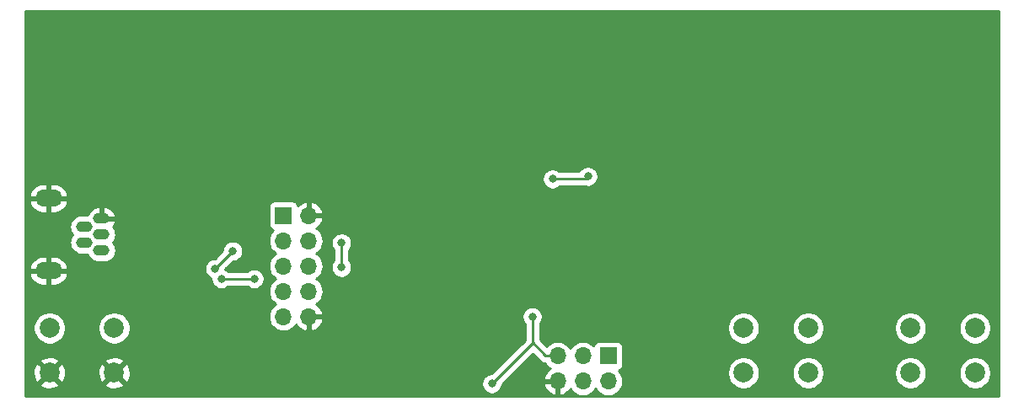
<source format=gbr>
G04 #@! TF.GenerationSoftware,KiCad,Pcbnew,(5.1.2)-2*
G04 #@! TF.CreationDate,2020-08-30T00:43:24-04:00*
G04 #@! TF.ProjectId,Scanner1,5363616e-6e65-4723-912e-6b696361645f,rev?*
G04 #@! TF.SameCoordinates,Original*
G04 #@! TF.FileFunction,Copper,L2,Bot*
G04 #@! TF.FilePolarity,Positive*
%FSLAX46Y46*%
G04 Gerber Fmt 4.6, Leading zero omitted, Abs format (unit mm)*
G04 Created by KiCad (PCBNEW (5.1.2)-2) date 2020-08-30 00:43:24*
%MOMM*%
%LPD*%
G04 APERTURE LIST*
%ADD10O,1.650000X1.100000*%
%ADD11O,2.700000X1.700000*%
%ADD12R,1.700000X1.700000*%
%ADD13O,1.700000X1.700000*%
%ADD14C,2.000000*%
%ADD15C,0.800000*%
%ADD16C,0.250000*%
%ADD17C,0.254000*%
G04 APERTURE END LIST*
D10*
X137816000Y-78994000D03*
X137816000Y-77394000D03*
X137816000Y-80594000D03*
X136066000Y-78194000D03*
X136066000Y-79794000D03*
D11*
X132491000Y-75344000D03*
X132491000Y-82644000D03*
D12*
X156083000Y-77089000D03*
D13*
X158623000Y-77089000D03*
X156083000Y-79629000D03*
X158623000Y-79629000D03*
X156083000Y-82169000D03*
X158623000Y-82169000D03*
X156083000Y-84709000D03*
X158623000Y-84709000D03*
X156083000Y-87249000D03*
X158623000Y-87249000D03*
D12*
X188722000Y-91186000D03*
D13*
X188722000Y-93726000D03*
X186182000Y-91186000D03*
X186182000Y-93726000D03*
X183642000Y-91186000D03*
X183642000Y-93726000D03*
D14*
X132588000Y-92892000D03*
X132588000Y-88392000D03*
X139088000Y-92892000D03*
X139088000Y-88392000D03*
X208811000Y-88392000D03*
X208811000Y-92892000D03*
X202311000Y-88392000D03*
X202311000Y-92892000D03*
X219075000Y-92892000D03*
X219075000Y-88392000D03*
X225575000Y-92892000D03*
X225575000Y-88392000D03*
D15*
X179197000Y-74803000D03*
X140081000Y-83947000D03*
X155829000Y-69977000D03*
X172428000Y-89700000D03*
X165710000Y-85369000D03*
X189357000Y-79883000D03*
X165760000Y-78969000D03*
X167259000Y-74549000D03*
X213995000Y-91440000D03*
X149225000Y-82423000D03*
X151003000Y-80645000D03*
X181102000Y-87249000D03*
X177038000Y-93980000D03*
X149860000Y-83439000D03*
X153162000Y-83439000D03*
X183134000Y-73406000D03*
X186690000Y-73152000D03*
X161925000Y-82296000D03*
X161925000Y-79839000D03*
D16*
X149225000Y-82423000D02*
X151003000Y-80645000D01*
X181102000Y-87814685D02*
X181102000Y-87249000D01*
X181102000Y-89848081D02*
X181102000Y-87814685D01*
X182439919Y-91186000D02*
X181102000Y-89848081D01*
X183642000Y-91186000D02*
X182439919Y-91186000D01*
X181102000Y-89848081D02*
X181102000Y-89916000D01*
X181102000Y-89916000D02*
X177038000Y-93980000D01*
X149860000Y-83439000D02*
X153162000Y-83439000D01*
X183134000Y-73406000D02*
X183699685Y-73406000D01*
X183699685Y-73406000D02*
X186436000Y-73406000D01*
X186436000Y-73406000D02*
X186690000Y-73152000D01*
X161925000Y-82296000D02*
X161925000Y-79839000D01*
D17*
G36*
X227940000Y-95225000D02*
G01*
X130200000Y-95225000D01*
X130200000Y-94027413D01*
X131632192Y-94027413D01*
X131727956Y-94291814D01*
X132017571Y-94432704D01*
X132329108Y-94514384D01*
X132650595Y-94533718D01*
X132969675Y-94489961D01*
X133274088Y-94384795D01*
X133448044Y-94291814D01*
X133543808Y-94027413D01*
X138132192Y-94027413D01*
X138227956Y-94291814D01*
X138517571Y-94432704D01*
X138829108Y-94514384D01*
X139150595Y-94533718D01*
X139469675Y-94489961D01*
X139774088Y-94384795D01*
X139948044Y-94291814D01*
X140043808Y-94027413D01*
X139894456Y-93878061D01*
X176003000Y-93878061D01*
X176003000Y-94081939D01*
X176042774Y-94281898D01*
X176120795Y-94470256D01*
X176234063Y-94639774D01*
X176378226Y-94783937D01*
X176547744Y-94897205D01*
X176736102Y-94975226D01*
X176936061Y-95015000D01*
X177139939Y-95015000D01*
X177339898Y-94975226D01*
X177528256Y-94897205D01*
X177697774Y-94783937D01*
X177841937Y-94639774D01*
X177955205Y-94470256D01*
X178033226Y-94281898D01*
X178072810Y-94082891D01*
X182200519Y-94082891D01*
X182297843Y-94357252D01*
X182446822Y-94607355D01*
X182641731Y-94823588D01*
X182875080Y-94997641D01*
X183137901Y-95122825D01*
X183285110Y-95167476D01*
X183515000Y-95046155D01*
X183515000Y-93853000D01*
X182321186Y-93853000D01*
X182200519Y-94082891D01*
X178072810Y-94082891D01*
X178073000Y-94081939D01*
X178073000Y-94019801D01*
X181135960Y-90956842D01*
X181876120Y-91697003D01*
X181899918Y-91726001D01*
X182015643Y-91820974D01*
X182147672Y-91891546D01*
X182290933Y-91935003D01*
X182362284Y-91942031D01*
X182401294Y-92015014D01*
X182586866Y-92241134D01*
X182812986Y-92426706D01*
X182870756Y-92457584D01*
X182641731Y-92628412D01*
X182446822Y-92844645D01*
X182297843Y-93094748D01*
X182200519Y-93369109D01*
X182321186Y-93599000D01*
X183515000Y-93599000D01*
X183515000Y-93579000D01*
X183769000Y-93579000D01*
X183769000Y-93599000D01*
X183789000Y-93599000D01*
X183789000Y-93853000D01*
X183769000Y-93853000D01*
X183769000Y-95046155D01*
X183998890Y-95167476D01*
X184146099Y-95122825D01*
X184408920Y-94997641D01*
X184642269Y-94823588D01*
X184837178Y-94607355D01*
X184906799Y-94490477D01*
X184941294Y-94555014D01*
X185126866Y-94781134D01*
X185352986Y-94966706D01*
X185610966Y-95104599D01*
X185890889Y-95189513D01*
X186109050Y-95211000D01*
X186254950Y-95211000D01*
X186473111Y-95189513D01*
X186753034Y-95104599D01*
X187011014Y-94966706D01*
X187237134Y-94781134D01*
X187422706Y-94555014D01*
X187452000Y-94500209D01*
X187481294Y-94555014D01*
X187666866Y-94781134D01*
X187892986Y-94966706D01*
X188150966Y-95104599D01*
X188430889Y-95189513D01*
X188649050Y-95211000D01*
X188794950Y-95211000D01*
X189013111Y-95189513D01*
X189293034Y-95104599D01*
X189551014Y-94966706D01*
X189777134Y-94781134D01*
X189962706Y-94555014D01*
X190100599Y-94297034D01*
X190185513Y-94017111D01*
X190214185Y-93726000D01*
X190185513Y-93434889D01*
X190100599Y-93154966D01*
X189962706Y-92896986D01*
X189826458Y-92730967D01*
X200676000Y-92730967D01*
X200676000Y-93053033D01*
X200738832Y-93368912D01*
X200862082Y-93666463D01*
X201041013Y-93934252D01*
X201268748Y-94161987D01*
X201536537Y-94340918D01*
X201834088Y-94464168D01*
X202149967Y-94527000D01*
X202472033Y-94527000D01*
X202787912Y-94464168D01*
X203085463Y-94340918D01*
X203353252Y-94161987D01*
X203580987Y-93934252D01*
X203759918Y-93666463D01*
X203883168Y-93368912D01*
X203946000Y-93053033D01*
X203946000Y-92730967D01*
X207176000Y-92730967D01*
X207176000Y-93053033D01*
X207238832Y-93368912D01*
X207362082Y-93666463D01*
X207541013Y-93934252D01*
X207768748Y-94161987D01*
X208036537Y-94340918D01*
X208334088Y-94464168D01*
X208649967Y-94527000D01*
X208972033Y-94527000D01*
X209287912Y-94464168D01*
X209585463Y-94340918D01*
X209853252Y-94161987D01*
X210080987Y-93934252D01*
X210259918Y-93666463D01*
X210383168Y-93368912D01*
X210446000Y-93053033D01*
X210446000Y-92730967D01*
X217440000Y-92730967D01*
X217440000Y-93053033D01*
X217502832Y-93368912D01*
X217626082Y-93666463D01*
X217805013Y-93934252D01*
X218032748Y-94161987D01*
X218300537Y-94340918D01*
X218598088Y-94464168D01*
X218913967Y-94527000D01*
X219236033Y-94527000D01*
X219551912Y-94464168D01*
X219849463Y-94340918D01*
X220117252Y-94161987D01*
X220344987Y-93934252D01*
X220523918Y-93666463D01*
X220647168Y-93368912D01*
X220710000Y-93053033D01*
X220710000Y-92730967D01*
X223940000Y-92730967D01*
X223940000Y-93053033D01*
X224002832Y-93368912D01*
X224126082Y-93666463D01*
X224305013Y-93934252D01*
X224532748Y-94161987D01*
X224800537Y-94340918D01*
X225098088Y-94464168D01*
X225413967Y-94527000D01*
X225736033Y-94527000D01*
X226051912Y-94464168D01*
X226349463Y-94340918D01*
X226617252Y-94161987D01*
X226844987Y-93934252D01*
X227023918Y-93666463D01*
X227147168Y-93368912D01*
X227210000Y-93053033D01*
X227210000Y-92730967D01*
X227147168Y-92415088D01*
X227023918Y-92117537D01*
X226844987Y-91849748D01*
X226617252Y-91622013D01*
X226349463Y-91443082D01*
X226051912Y-91319832D01*
X225736033Y-91257000D01*
X225413967Y-91257000D01*
X225098088Y-91319832D01*
X224800537Y-91443082D01*
X224532748Y-91622013D01*
X224305013Y-91849748D01*
X224126082Y-92117537D01*
X224002832Y-92415088D01*
X223940000Y-92730967D01*
X220710000Y-92730967D01*
X220647168Y-92415088D01*
X220523918Y-92117537D01*
X220344987Y-91849748D01*
X220117252Y-91622013D01*
X219849463Y-91443082D01*
X219551912Y-91319832D01*
X219236033Y-91257000D01*
X218913967Y-91257000D01*
X218598088Y-91319832D01*
X218300537Y-91443082D01*
X218032748Y-91622013D01*
X217805013Y-91849748D01*
X217626082Y-92117537D01*
X217502832Y-92415088D01*
X217440000Y-92730967D01*
X210446000Y-92730967D01*
X210383168Y-92415088D01*
X210259918Y-92117537D01*
X210080987Y-91849748D01*
X209853252Y-91622013D01*
X209585463Y-91443082D01*
X209287912Y-91319832D01*
X208972033Y-91257000D01*
X208649967Y-91257000D01*
X208334088Y-91319832D01*
X208036537Y-91443082D01*
X207768748Y-91622013D01*
X207541013Y-91849748D01*
X207362082Y-92117537D01*
X207238832Y-92415088D01*
X207176000Y-92730967D01*
X203946000Y-92730967D01*
X203883168Y-92415088D01*
X203759918Y-92117537D01*
X203580987Y-91849748D01*
X203353252Y-91622013D01*
X203085463Y-91443082D01*
X202787912Y-91319832D01*
X202472033Y-91257000D01*
X202149967Y-91257000D01*
X201834088Y-91319832D01*
X201536537Y-91443082D01*
X201268748Y-91622013D01*
X201041013Y-91849748D01*
X200862082Y-92117537D01*
X200738832Y-92415088D01*
X200676000Y-92730967D01*
X189826458Y-92730967D01*
X189777134Y-92670866D01*
X189747313Y-92646393D01*
X189816180Y-92625502D01*
X189926494Y-92566537D01*
X190023185Y-92487185D01*
X190102537Y-92390494D01*
X190161502Y-92280180D01*
X190197812Y-92160482D01*
X190210072Y-92036000D01*
X190210072Y-90336000D01*
X190197812Y-90211518D01*
X190161502Y-90091820D01*
X190102537Y-89981506D01*
X190023185Y-89884815D01*
X189926494Y-89805463D01*
X189816180Y-89746498D01*
X189696482Y-89710188D01*
X189572000Y-89697928D01*
X187872000Y-89697928D01*
X187747518Y-89710188D01*
X187627820Y-89746498D01*
X187517506Y-89805463D01*
X187420815Y-89884815D01*
X187341463Y-89981506D01*
X187282498Y-90091820D01*
X187261607Y-90160687D01*
X187237134Y-90130866D01*
X187011014Y-89945294D01*
X186753034Y-89807401D01*
X186473111Y-89722487D01*
X186254950Y-89701000D01*
X186109050Y-89701000D01*
X185890889Y-89722487D01*
X185610966Y-89807401D01*
X185352986Y-89945294D01*
X185126866Y-90130866D01*
X184941294Y-90356986D01*
X184912000Y-90411791D01*
X184882706Y-90356986D01*
X184697134Y-90130866D01*
X184471014Y-89945294D01*
X184213034Y-89807401D01*
X183933111Y-89722487D01*
X183714950Y-89701000D01*
X183569050Y-89701000D01*
X183350889Y-89722487D01*
X183070966Y-89807401D01*
X182812986Y-89945294D01*
X182586866Y-90130866D01*
X182529494Y-90200774D01*
X181862000Y-89533280D01*
X181862000Y-88230967D01*
X200676000Y-88230967D01*
X200676000Y-88553033D01*
X200738832Y-88868912D01*
X200862082Y-89166463D01*
X201041013Y-89434252D01*
X201268748Y-89661987D01*
X201536537Y-89840918D01*
X201834088Y-89964168D01*
X202149967Y-90027000D01*
X202472033Y-90027000D01*
X202787912Y-89964168D01*
X203085463Y-89840918D01*
X203353252Y-89661987D01*
X203580987Y-89434252D01*
X203759918Y-89166463D01*
X203883168Y-88868912D01*
X203946000Y-88553033D01*
X203946000Y-88230967D01*
X207176000Y-88230967D01*
X207176000Y-88553033D01*
X207238832Y-88868912D01*
X207362082Y-89166463D01*
X207541013Y-89434252D01*
X207768748Y-89661987D01*
X208036537Y-89840918D01*
X208334088Y-89964168D01*
X208649967Y-90027000D01*
X208972033Y-90027000D01*
X209287912Y-89964168D01*
X209585463Y-89840918D01*
X209853252Y-89661987D01*
X210080987Y-89434252D01*
X210259918Y-89166463D01*
X210383168Y-88868912D01*
X210446000Y-88553033D01*
X210446000Y-88230967D01*
X217440000Y-88230967D01*
X217440000Y-88553033D01*
X217502832Y-88868912D01*
X217626082Y-89166463D01*
X217805013Y-89434252D01*
X218032748Y-89661987D01*
X218300537Y-89840918D01*
X218598088Y-89964168D01*
X218913967Y-90027000D01*
X219236033Y-90027000D01*
X219551912Y-89964168D01*
X219849463Y-89840918D01*
X220117252Y-89661987D01*
X220344987Y-89434252D01*
X220523918Y-89166463D01*
X220647168Y-88868912D01*
X220710000Y-88553033D01*
X220710000Y-88230967D01*
X223940000Y-88230967D01*
X223940000Y-88553033D01*
X224002832Y-88868912D01*
X224126082Y-89166463D01*
X224305013Y-89434252D01*
X224532748Y-89661987D01*
X224800537Y-89840918D01*
X225098088Y-89964168D01*
X225413967Y-90027000D01*
X225736033Y-90027000D01*
X226051912Y-89964168D01*
X226349463Y-89840918D01*
X226617252Y-89661987D01*
X226844987Y-89434252D01*
X227023918Y-89166463D01*
X227147168Y-88868912D01*
X227210000Y-88553033D01*
X227210000Y-88230967D01*
X227147168Y-87915088D01*
X227023918Y-87617537D01*
X226844987Y-87349748D01*
X226617252Y-87122013D01*
X226349463Y-86943082D01*
X226051912Y-86819832D01*
X225736033Y-86757000D01*
X225413967Y-86757000D01*
X225098088Y-86819832D01*
X224800537Y-86943082D01*
X224532748Y-87122013D01*
X224305013Y-87349748D01*
X224126082Y-87617537D01*
X224002832Y-87915088D01*
X223940000Y-88230967D01*
X220710000Y-88230967D01*
X220647168Y-87915088D01*
X220523918Y-87617537D01*
X220344987Y-87349748D01*
X220117252Y-87122013D01*
X219849463Y-86943082D01*
X219551912Y-86819832D01*
X219236033Y-86757000D01*
X218913967Y-86757000D01*
X218598088Y-86819832D01*
X218300537Y-86943082D01*
X218032748Y-87122013D01*
X217805013Y-87349748D01*
X217626082Y-87617537D01*
X217502832Y-87915088D01*
X217440000Y-88230967D01*
X210446000Y-88230967D01*
X210383168Y-87915088D01*
X210259918Y-87617537D01*
X210080987Y-87349748D01*
X209853252Y-87122013D01*
X209585463Y-86943082D01*
X209287912Y-86819832D01*
X208972033Y-86757000D01*
X208649967Y-86757000D01*
X208334088Y-86819832D01*
X208036537Y-86943082D01*
X207768748Y-87122013D01*
X207541013Y-87349748D01*
X207362082Y-87617537D01*
X207238832Y-87915088D01*
X207176000Y-88230967D01*
X203946000Y-88230967D01*
X203883168Y-87915088D01*
X203759918Y-87617537D01*
X203580987Y-87349748D01*
X203353252Y-87122013D01*
X203085463Y-86943082D01*
X202787912Y-86819832D01*
X202472033Y-86757000D01*
X202149967Y-86757000D01*
X201834088Y-86819832D01*
X201536537Y-86943082D01*
X201268748Y-87122013D01*
X201041013Y-87349748D01*
X200862082Y-87617537D01*
X200738832Y-87915088D01*
X200676000Y-88230967D01*
X181862000Y-88230967D01*
X181862000Y-87952711D01*
X181905937Y-87908774D01*
X182019205Y-87739256D01*
X182097226Y-87550898D01*
X182137000Y-87350939D01*
X182137000Y-87147061D01*
X182097226Y-86947102D01*
X182019205Y-86758744D01*
X181905937Y-86589226D01*
X181761774Y-86445063D01*
X181592256Y-86331795D01*
X181403898Y-86253774D01*
X181203939Y-86214000D01*
X181000061Y-86214000D01*
X180800102Y-86253774D01*
X180611744Y-86331795D01*
X180442226Y-86445063D01*
X180298063Y-86589226D01*
X180184795Y-86758744D01*
X180106774Y-86947102D01*
X180067000Y-87147061D01*
X180067000Y-87350939D01*
X180106774Y-87550898D01*
X180184795Y-87739256D01*
X180298063Y-87908774D01*
X180342001Y-87952712D01*
X180342000Y-89601198D01*
X176998199Y-92945000D01*
X176936061Y-92945000D01*
X176736102Y-92984774D01*
X176547744Y-93062795D01*
X176378226Y-93176063D01*
X176234063Y-93320226D01*
X176120795Y-93489744D01*
X176042774Y-93678102D01*
X176003000Y-93878061D01*
X139894456Y-93878061D01*
X139088000Y-93071605D01*
X138132192Y-94027413D01*
X133543808Y-94027413D01*
X132588000Y-93071605D01*
X131632192Y-94027413D01*
X130200000Y-94027413D01*
X130200000Y-92954595D01*
X130946282Y-92954595D01*
X130990039Y-93273675D01*
X131095205Y-93578088D01*
X131188186Y-93752044D01*
X131452587Y-93847808D01*
X132408395Y-92892000D01*
X132767605Y-92892000D01*
X133723413Y-93847808D01*
X133987814Y-93752044D01*
X134128704Y-93462429D01*
X134210384Y-93150892D01*
X134222189Y-92954595D01*
X137446282Y-92954595D01*
X137490039Y-93273675D01*
X137595205Y-93578088D01*
X137688186Y-93752044D01*
X137952587Y-93847808D01*
X138908395Y-92892000D01*
X139267605Y-92892000D01*
X140223413Y-93847808D01*
X140487814Y-93752044D01*
X140628704Y-93462429D01*
X140710384Y-93150892D01*
X140729718Y-92829405D01*
X140685961Y-92510325D01*
X140580795Y-92205912D01*
X140487814Y-92031956D01*
X140223413Y-91936192D01*
X139267605Y-92892000D01*
X138908395Y-92892000D01*
X137952587Y-91936192D01*
X137688186Y-92031956D01*
X137547296Y-92321571D01*
X137465616Y-92633108D01*
X137446282Y-92954595D01*
X134222189Y-92954595D01*
X134229718Y-92829405D01*
X134185961Y-92510325D01*
X134080795Y-92205912D01*
X133987814Y-92031956D01*
X133723413Y-91936192D01*
X132767605Y-92892000D01*
X132408395Y-92892000D01*
X131452587Y-91936192D01*
X131188186Y-92031956D01*
X131047296Y-92321571D01*
X130965616Y-92633108D01*
X130946282Y-92954595D01*
X130200000Y-92954595D01*
X130200000Y-91756587D01*
X131632192Y-91756587D01*
X132588000Y-92712395D01*
X133543808Y-91756587D01*
X138132192Y-91756587D01*
X139088000Y-92712395D01*
X140043808Y-91756587D01*
X139948044Y-91492186D01*
X139658429Y-91351296D01*
X139346892Y-91269616D01*
X139025405Y-91250282D01*
X138706325Y-91294039D01*
X138401912Y-91399205D01*
X138227956Y-91492186D01*
X138132192Y-91756587D01*
X133543808Y-91756587D01*
X133448044Y-91492186D01*
X133158429Y-91351296D01*
X132846892Y-91269616D01*
X132525405Y-91250282D01*
X132206325Y-91294039D01*
X131901912Y-91399205D01*
X131727956Y-91492186D01*
X131632192Y-91756587D01*
X130200000Y-91756587D01*
X130200000Y-88230967D01*
X130953000Y-88230967D01*
X130953000Y-88553033D01*
X131015832Y-88868912D01*
X131139082Y-89166463D01*
X131318013Y-89434252D01*
X131545748Y-89661987D01*
X131813537Y-89840918D01*
X132111088Y-89964168D01*
X132426967Y-90027000D01*
X132749033Y-90027000D01*
X133064912Y-89964168D01*
X133362463Y-89840918D01*
X133630252Y-89661987D01*
X133857987Y-89434252D01*
X134036918Y-89166463D01*
X134160168Y-88868912D01*
X134223000Y-88553033D01*
X134223000Y-88230967D01*
X137453000Y-88230967D01*
X137453000Y-88553033D01*
X137515832Y-88868912D01*
X137639082Y-89166463D01*
X137818013Y-89434252D01*
X138045748Y-89661987D01*
X138313537Y-89840918D01*
X138611088Y-89964168D01*
X138926967Y-90027000D01*
X139249033Y-90027000D01*
X139564912Y-89964168D01*
X139862463Y-89840918D01*
X140130252Y-89661987D01*
X140357987Y-89434252D01*
X140536918Y-89166463D01*
X140660168Y-88868912D01*
X140723000Y-88553033D01*
X140723000Y-88230967D01*
X140660168Y-87915088D01*
X140536918Y-87617537D01*
X140357987Y-87349748D01*
X140130252Y-87122013D01*
X139862463Y-86943082D01*
X139564912Y-86819832D01*
X139249033Y-86757000D01*
X138926967Y-86757000D01*
X138611088Y-86819832D01*
X138313537Y-86943082D01*
X138045748Y-87122013D01*
X137818013Y-87349748D01*
X137639082Y-87617537D01*
X137515832Y-87915088D01*
X137453000Y-88230967D01*
X134223000Y-88230967D01*
X134160168Y-87915088D01*
X134036918Y-87617537D01*
X133857987Y-87349748D01*
X133630252Y-87122013D01*
X133362463Y-86943082D01*
X133064912Y-86819832D01*
X132749033Y-86757000D01*
X132426967Y-86757000D01*
X132111088Y-86819832D01*
X131813537Y-86943082D01*
X131545748Y-87122013D01*
X131318013Y-87349748D01*
X131139082Y-87617537D01*
X131015832Y-87915088D01*
X130953000Y-88230967D01*
X130200000Y-88230967D01*
X130200000Y-83000890D01*
X130549524Y-83000890D01*
X130570437Y-83094953D01*
X130685709Y-83363426D01*
X130851143Y-83604252D01*
X131060381Y-83808176D01*
X131305382Y-83967361D01*
X131576731Y-84075690D01*
X131864000Y-84129000D01*
X132364000Y-84129000D01*
X132364000Y-82771000D01*
X132618000Y-82771000D01*
X132618000Y-84129000D01*
X133118000Y-84129000D01*
X133405269Y-84075690D01*
X133676618Y-83967361D01*
X133921619Y-83808176D01*
X134130857Y-83604252D01*
X134296291Y-83363426D01*
X134411563Y-83094953D01*
X134432476Y-83000890D01*
X134311155Y-82771000D01*
X132618000Y-82771000D01*
X132364000Y-82771000D01*
X130670845Y-82771000D01*
X130549524Y-83000890D01*
X130200000Y-83000890D01*
X130200000Y-82287110D01*
X130549524Y-82287110D01*
X130670845Y-82517000D01*
X132364000Y-82517000D01*
X132364000Y-81159000D01*
X132618000Y-81159000D01*
X132618000Y-82517000D01*
X134311155Y-82517000D01*
X134414558Y-82321061D01*
X148190000Y-82321061D01*
X148190000Y-82524939D01*
X148229774Y-82724898D01*
X148307795Y-82913256D01*
X148421063Y-83082774D01*
X148565226Y-83226937D01*
X148734744Y-83340205D01*
X148825000Y-83377591D01*
X148825000Y-83540939D01*
X148864774Y-83740898D01*
X148942795Y-83929256D01*
X149056063Y-84098774D01*
X149200226Y-84242937D01*
X149369744Y-84356205D01*
X149558102Y-84434226D01*
X149758061Y-84474000D01*
X149961939Y-84474000D01*
X150161898Y-84434226D01*
X150350256Y-84356205D01*
X150519774Y-84242937D01*
X150563711Y-84199000D01*
X152458289Y-84199000D01*
X152502226Y-84242937D01*
X152671744Y-84356205D01*
X152860102Y-84434226D01*
X153060061Y-84474000D01*
X153263939Y-84474000D01*
X153463898Y-84434226D01*
X153652256Y-84356205D01*
X153821774Y-84242937D01*
X153965937Y-84098774D01*
X154079205Y-83929256D01*
X154157226Y-83740898D01*
X154197000Y-83540939D01*
X154197000Y-83337061D01*
X154157226Y-83137102D01*
X154079205Y-82948744D01*
X153965937Y-82779226D01*
X153821774Y-82635063D01*
X153652256Y-82521795D01*
X153463898Y-82443774D01*
X153263939Y-82404000D01*
X153060061Y-82404000D01*
X152860102Y-82443774D01*
X152671744Y-82521795D01*
X152502226Y-82635063D01*
X152458289Y-82679000D01*
X150563711Y-82679000D01*
X150519774Y-82635063D01*
X150350256Y-82521795D01*
X150260000Y-82484409D01*
X150260000Y-82462801D01*
X151042802Y-81680000D01*
X151104939Y-81680000D01*
X151304898Y-81640226D01*
X151493256Y-81562205D01*
X151662774Y-81448937D01*
X151806937Y-81304774D01*
X151920205Y-81135256D01*
X151998226Y-80946898D01*
X152038000Y-80746939D01*
X152038000Y-80543061D01*
X151998226Y-80343102D01*
X151920205Y-80154744D01*
X151806937Y-79985226D01*
X151662774Y-79841063D01*
X151493256Y-79727795D01*
X151304898Y-79649774D01*
X151200460Y-79629000D01*
X154590815Y-79629000D01*
X154619487Y-79920111D01*
X154704401Y-80200034D01*
X154842294Y-80458014D01*
X155027866Y-80684134D01*
X155253986Y-80869706D01*
X155308791Y-80899000D01*
X155253986Y-80928294D01*
X155027866Y-81113866D01*
X154842294Y-81339986D01*
X154704401Y-81597966D01*
X154619487Y-81877889D01*
X154590815Y-82169000D01*
X154619487Y-82460111D01*
X154704401Y-82740034D01*
X154842294Y-82998014D01*
X155027866Y-83224134D01*
X155253986Y-83409706D01*
X155308791Y-83439000D01*
X155253986Y-83468294D01*
X155027866Y-83653866D01*
X154842294Y-83879986D01*
X154704401Y-84137966D01*
X154619487Y-84417889D01*
X154590815Y-84709000D01*
X154619487Y-85000111D01*
X154704401Y-85280034D01*
X154842294Y-85538014D01*
X155027866Y-85764134D01*
X155253986Y-85949706D01*
X155308791Y-85979000D01*
X155253986Y-86008294D01*
X155027866Y-86193866D01*
X154842294Y-86419986D01*
X154704401Y-86677966D01*
X154619487Y-86957889D01*
X154590815Y-87249000D01*
X154619487Y-87540111D01*
X154704401Y-87820034D01*
X154842294Y-88078014D01*
X155027866Y-88304134D01*
X155253986Y-88489706D01*
X155511966Y-88627599D01*
X155791889Y-88712513D01*
X156010050Y-88734000D01*
X156155950Y-88734000D01*
X156374111Y-88712513D01*
X156654034Y-88627599D01*
X156912014Y-88489706D01*
X157138134Y-88304134D01*
X157323706Y-88078014D01*
X157354584Y-88020244D01*
X157525412Y-88249269D01*
X157741645Y-88444178D01*
X157991748Y-88593157D01*
X158266109Y-88690481D01*
X158496000Y-88569814D01*
X158496000Y-87376000D01*
X158750000Y-87376000D01*
X158750000Y-88569814D01*
X158979891Y-88690481D01*
X159254252Y-88593157D01*
X159504355Y-88444178D01*
X159720588Y-88249269D01*
X159894641Y-88015920D01*
X160019825Y-87753099D01*
X160064476Y-87605890D01*
X159943155Y-87376000D01*
X158750000Y-87376000D01*
X158496000Y-87376000D01*
X158476000Y-87376000D01*
X158476000Y-87122000D01*
X158496000Y-87122000D01*
X158496000Y-87102000D01*
X158750000Y-87102000D01*
X158750000Y-87122000D01*
X159943155Y-87122000D01*
X160064476Y-86892110D01*
X160019825Y-86744901D01*
X159894641Y-86482080D01*
X159720588Y-86248731D01*
X159504355Y-86053822D01*
X159387477Y-85984201D01*
X159452014Y-85949706D01*
X159678134Y-85764134D01*
X159863706Y-85538014D01*
X160001599Y-85280034D01*
X160086513Y-85000111D01*
X160115185Y-84709000D01*
X160086513Y-84417889D01*
X160001599Y-84137966D01*
X159863706Y-83879986D01*
X159678134Y-83653866D01*
X159452014Y-83468294D01*
X159397209Y-83439000D01*
X159452014Y-83409706D01*
X159678134Y-83224134D01*
X159863706Y-82998014D01*
X160001599Y-82740034D01*
X160086513Y-82460111D01*
X160115185Y-82169000D01*
X160086513Y-81877889D01*
X160001599Y-81597966D01*
X159863706Y-81339986D01*
X159678134Y-81113866D01*
X159452014Y-80928294D01*
X159397209Y-80899000D01*
X159452014Y-80869706D01*
X159678134Y-80684134D01*
X159863706Y-80458014D01*
X160001599Y-80200034D01*
X160086513Y-79920111D01*
X160104541Y-79737061D01*
X160890000Y-79737061D01*
X160890000Y-79940939D01*
X160929774Y-80140898D01*
X161007795Y-80329256D01*
X161121063Y-80498774D01*
X161165001Y-80542712D01*
X161165000Y-81592289D01*
X161121063Y-81636226D01*
X161007795Y-81805744D01*
X160929774Y-81994102D01*
X160890000Y-82194061D01*
X160890000Y-82397939D01*
X160929774Y-82597898D01*
X161007795Y-82786256D01*
X161121063Y-82955774D01*
X161265226Y-83099937D01*
X161434744Y-83213205D01*
X161623102Y-83291226D01*
X161823061Y-83331000D01*
X162026939Y-83331000D01*
X162226898Y-83291226D01*
X162415256Y-83213205D01*
X162584774Y-83099937D01*
X162728937Y-82955774D01*
X162842205Y-82786256D01*
X162920226Y-82597898D01*
X162960000Y-82397939D01*
X162960000Y-82194061D01*
X162920226Y-81994102D01*
X162842205Y-81805744D01*
X162728937Y-81636226D01*
X162685000Y-81592289D01*
X162685000Y-80542711D01*
X162728937Y-80498774D01*
X162842205Y-80329256D01*
X162920226Y-80140898D01*
X162960000Y-79940939D01*
X162960000Y-79737061D01*
X162920226Y-79537102D01*
X162842205Y-79348744D01*
X162728937Y-79179226D01*
X162584774Y-79035063D01*
X162415256Y-78921795D01*
X162226898Y-78843774D01*
X162026939Y-78804000D01*
X161823061Y-78804000D01*
X161623102Y-78843774D01*
X161434744Y-78921795D01*
X161265226Y-79035063D01*
X161121063Y-79179226D01*
X161007795Y-79348744D01*
X160929774Y-79537102D01*
X160890000Y-79737061D01*
X160104541Y-79737061D01*
X160115185Y-79629000D01*
X160086513Y-79337889D01*
X160001599Y-79057966D01*
X159863706Y-78799986D01*
X159678134Y-78573866D01*
X159452014Y-78388294D01*
X159387477Y-78353799D01*
X159504355Y-78284178D01*
X159720588Y-78089269D01*
X159894641Y-77855920D01*
X160019825Y-77593099D01*
X160064476Y-77445890D01*
X159943155Y-77216000D01*
X158750000Y-77216000D01*
X158750000Y-77236000D01*
X158496000Y-77236000D01*
X158496000Y-77216000D01*
X158476000Y-77216000D01*
X158476000Y-76962000D01*
X158496000Y-76962000D01*
X158496000Y-75768186D01*
X158750000Y-75768186D01*
X158750000Y-76962000D01*
X159943155Y-76962000D01*
X160064476Y-76732110D01*
X160019825Y-76584901D01*
X159894641Y-76322080D01*
X159720588Y-76088731D01*
X159504355Y-75893822D01*
X159254252Y-75744843D01*
X158979891Y-75647519D01*
X158750000Y-75768186D01*
X158496000Y-75768186D01*
X158266109Y-75647519D01*
X157991748Y-75744843D01*
X157741645Y-75893822D01*
X157545498Y-76070626D01*
X157522502Y-75994820D01*
X157463537Y-75884506D01*
X157384185Y-75787815D01*
X157287494Y-75708463D01*
X157177180Y-75649498D01*
X157057482Y-75613188D01*
X156933000Y-75600928D01*
X155233000Y-75600928D01*
X155108518Y-75613188D01*
X154988820Y-75649498D01*
X154878506Y-75708463D01*
X154781815Y-75787815D01*
X154702463Y-75884506D01*
X154643498Y-75994820D01*
X154607188Y-76114518D01*
X154594928Y-76239000D01*
X154594928Y-77939000D01*
X154607188Y-78063482D01*
X154643498Y-78183180D01*
X154702463Y-78293494D01*
X154781815Y-78390185D01*
X154878506Y-78469537D01*
X154988820Y-78528502D01*
X155057687Y-78549393D01*
X155027866Y-78573866D01*
X154842294Y-78799986D01*
X154704401Y-79057966D01*
X154619487Y-79337889D01*
X154590815Y-79629000D01*
X151200460Y-79629000D01*
X151104939Y-79610000D01*
X150901061Y-79610000D01*
X150701102Y-79649774D01*
X150512744Y-79727795D01*
X150343226Y-79841063D01*
X150199063Y-79985226D01*
X150085795Y-80154744D01*
X150007774Y-80343102D01*
X149968000Y-80543061D01*
X149968000Y-80605198D01*
X149185199Y-81388000D01*
X149123061Y-81388000D01*
X148923102Y-81427774D01*
X148734744Y-81505795D01*
X148565226Y-81619063D01*
X148421063Y-81763226D01*
X148307795Y-81932744D01*
X148229774Y-82121102D01*
X148190000Y-82321061D01*
X134414558Y-82321061D01*
X134432476Y-82287110D01*
X134411563Y-82193047D01*
X134296291Y-81924574D01*
X134130857Y-81683748D01*
X133921619Y-81479824D01*
X133676618Y-81320639D01*
X133405269Y-81212310D01*
X133118000Y-81159000D01*
X132618000Y-81159000D01*
X132364000Y-81159000D01*
X131864000Y-81159000D01*
X131576731Y-81212310D01*
X131305382Y-81320639D01*
X131060381Y-81479824D01*
X130851143Y-81683748D01*
X130685709Y-81924574D01*
X130570437Y-82193047D01*
X130549524Y-82287110D01*
X130200000Y-82287110D01*
X130200000Y-78194000D01*
X134600267Y-78194000D01*
X134623147Y-78426300D01*
X134690906Y-78649674D01*
X134800942Y-78855536D01*
X134914577Y-78994000D01*
X134800942Y-79132464D01*
X134690906Y-79338326D01*
X134623147Y-79561700D01*
X134600267Y-79794000D01*
X134623147Y-80026300D01*
X134690906Y-80249674D01*
X134800942Y-80455536D01*
X134949025Y-80635975D01*
X135129464Y-80784058D01*
X135335326Y-80894094D01*
X135558700Y-80961853D01*
X135732793Y-80979000D01*
X136399207Y-80979000D01*
X136418880Y-80977062D01*
X136440906Y-81049674D01*
X136550942Y-81255536D01*
X136699025Y-81435975D01*
X136879464Y-81584058D01*
X137085326Y-81694094D01*
X137308700Y-81761853D01*
X137482793Y-81779000D01*
X138149207Y-81779000D01*
X138323300Y-81761853D01*
X138546674Y-81694094D01*
X138752536Y-81584058D01*
X138932975Y-81435975D01*
X139081058Y-81255536D01*
X139191094Y-81049674D01*
X139258853Y-80826300D01*
X139281733Y-80594000D01*
X139258853Y-80361700D01*
X139191094Y-80138326D01*
X139081058Y-79932464D01*
X138967423Y-79794000D01*
X139081058Y-79655536D01*
X139191094Y-79449674D01*
X139258853Y-79226300D01*
X139281733Y-78994000D01*
X139258853Y-78761700D01*
X139191094Y-78538326D01*
X139081058Y-78332464D01*
X138967562Y-78194169D01*
X139018725Y-78142119D01*
X139146850Y-77946754D01*
X139234399Y-77730147D01*
X139234803Y-77703744D01*
X139109361Y-77521000D01*
X137943000Y-77521000D01*
X137943000Y-77541000D01*
X137689000Y-77541000D01*
X137689000Y-77521000D01*
X137669000Y-77521000D01*
X137669000Y-77267000D01*
X137689000Y-77267000D01*
X137689000Y-76209000D01*
X137943000Y-76209000D01*
X137943000Y-77267000D01*
X139109361Y-77267000D01*
X139234803Y-77084256D01*
X139234399Y-77057853D01*
X139146850Y-76841246D01*
X139018725Y-76645881D01*
X138854948Y-76479266D01*
X138661813Y-76347804D01*
X138446742Y-76256546D01*
X138218000Y-76209000D01*
X137943000Y-76209000D01*
X137689000Y-76209000D01*
X137414000Y-76209000D01*
X137185258Y-76256546D01*
X136970187Y-76347804D01*
X136777052Y-76479266D01*
X136613275Y-76645881D01*
X136485150Y-76841246D01*
X136416652Y-77010718D01*
X136399207Y-77009000D01*
X135732793Y-77009000D01*
X135558700Y-77026147D01*
X135335326Y-77093906D01*
X135129464Y-77203942D01*
X134949025Y-77352025D01*
X134800942Y-77532464D01*
X134690906Y-77738326D01*
X134623147Y-77961700D01*
X134600267Y-78194000D01*
X130200000Y-78194000D01*
X130200000Y-75700890D01*
X130549524Y-75700890D01*
X130570437Y-75794953D01*
X130685709Y-76063426D01*
X130851143Y-76304252D01*
X131060381Y-76508176D01*
X131305382Y-76667361D01*
X131576731Y-76775690D01*
X131864000Y-76829000D01*
X132364000Y-76829000D01*
X132364000Y-75471000D01*
X132618000Y-75471000D01*
X132618000Y-76829000D01*
X133118000Y-76829000D01*
X133405269Y-76775690D01*
X133676618Y-76667361D01*
X133921619Y-76508176D01*
X134130857Y-76304252D01*
X134296291Y-76063426D01*
X134411563Y-75794953D01*
X134432476Y-75700890D01*
X134311155Y-75471000D01*
X132618000Y-75471000D01*
X132364000Y-75471000D01*
X130670845Y-75471000D01*
X130549524Y-75700890D01*
X130200000Y-75700890D01*
X130200000Y-74987110D01*
X130549524Y-74987110D01*
X130670845Y-75217000D01*
X132364000Y-75217000D01*
X132364000Y-73859000D01*
X132618000Y-73859000D01*
X132618000Y-75217000D01*
X134311155Y-75217000D01*
X134432476Y-74987110D01*
X134411563Y-74893047D01*
X134296291Y-74624574D01*
X134130857Y-74383748D01*
X133921619Y-74179824D01*
X133676618Y-74020639D01*
X133405269Y-73912310D01*
X133118000Y-73859000D01*
X132618000Y-73859000D01*
X132364000Y-73859000D01*
X131864000Y-73859000D01*
X131576731Y-73912310D01*
X131305382Y-74020639D01*
X131060381Y-74179824D01*
X130851143Y-74383748D01*
X130685709Y-74624574D01*
X130570437Y-74893047D01*
X130549524Y-74987110D01*
X130200000Y-74987110D01*
X130200000Y-73304061D01*
X182099000Y-73304061D01*
X182099000Y-73507939D01*
X182138774Y-73707898D01*
X182216795Y-73896256D01*
X182330063Y-74065774D01*
X182474226Y-74209937D01*
X182643744Y-74323205D01*
X182832102Y-74401226D01*
X183032061Y-74441000D01*
X183235939Y-74441000D01*
X183435898Y-74401226D01*
X183624256Y-74323205D01*
X183793774Y-74209937D01*
X183837711Y-74166000D01*
X186398678Y-74166000D01*
X186436000Y-74169676D01*
X186473322Y-74166000D01*
X186473333Y-74166000D01*
X186479455Y-74165397D01*
X186588061Y-74187000D01*
X186791939Y-74187000D01*
X186991898Y-74147226D01*
X187180256Y-74069205D01*
X187349774Y-73955937D01*
X187493937Y-73811774D01*
X187607205Y-73642256D01*
X187685226Y-73453898D01*
X187725000Y-73253939D01*
X187725000Y-73050061D01*
X187685226Y-72850102D01*
X187607205Y-72661744D01*
X187493937Y-72492226D01*
X187349774Y-72348063D01*
X187180256Y-72234795D01*
X186991898Y-72156774D01*
X186791939Y-72117000D01*
X186588061Y-72117000D01*
X186388102Y-72156774D01*
X186199744Y-72234795D01*
X186030226Y-72348063D01*
X185886063Y-72492226D01*
X185783315Y-72646000D01*
X183837711Y-72646000D01*
X183793774Y-72602063D01*
X183624256Y-72488795D01*
X183435898Y-72410774D01*
X183235939Y-72371000D01*
X183032061Y-72371000D01*
X182832102Y-72410774D01*
X182643744Y-72488795D01*
X182474226Y-72602063D01*
X182330063Y-72746226D01*
X182216795Y-72915744D01*
X182138774Y-73104102D01*
X182099000Y-73304061D01*
X130200000Y-73304061D01*
X130200000Y-56540000D01*
X227940001Y-56540000D01*
X227940000Y-95225000D01*
X227940000Y-95225000D01*
G37*
X227940000Y-95225000D02*
X130200000Y-95225000D01*
X130200000Y-94027413D01*
X131632192Y-94027413D01*
X131727956Y-94291814D01*
X132017571Y-94432704D01*
X132329108Y-94514384D01*
X132650595Y-94533718D01*
X132969675Y-94489961D01*
X133274088Y-94384795D01*
X133448044Y-94291814D01*
X133543808Y-94027413D01*
X138132192Y-94027413D01*
X138227956Y-94291814D01*
X138517571Y-94432704D01*
X138829108Y-94514384D01*
X139150595Y-94533718D01*
X139469675Y-94489961D01*
X139774088Y-94384795D01*
X139948044Y-94291814D01*
X140043808Y-94027413D01*
X139894456Y-93878061D01*
X176003000Y-93878061D01*
X176003000Y-94081939D01*
X176042774Y-94281898D01*
X176120795Y-94470256D01*
X176234063Y-94639774D01*
X176378226Y-94783937D01*
X176547744Y-94897205D01*
X176736102Y-94975226D01*
X176936061Y-95015000D01*
X177139939Y-95015000D01*
X177339898Y-94975226D01*
X177528256Y-94897205D01*
X177697774Y-94783937D01*
X177841937Y-94639774D01*
X177955205Y-94470256D01*
X178033226Y-94281898D01*
X178072810Y-94082891D01*
X182200519Y-94082891D01*
X182297843Y-94357252D01*
X182446822Y-94607355D01*
X182641731Y-94823588D01*
X182875080Y-94997641D01*
X183137901Y-95122825D01*
X183285110Y-95167476D01*
X183515000Y-95046155D01*
X183515000Y-93853000D01*
X182321186Y-93853000D01*
X182200519Y-94082891D01*
X178072810Y-94082891D01*
X178073000Y-94081939D01*
X178073000Y-94019801D01*
X181135960Y-90956842D01*
X181876120Y-91697003D01*
X181899918Y-91726001D01*
X182015643Y-91820974D01*
X182147672Y-91891546D01*
X182290933Y-91935003D01*
X182362284Y-91942031D01*
X182401294Y-92015014D01*
X182586866Y-92241134D01*
X182812986Y-92426706D01*
X182870756Y-92457584D01*
X182641731Y-92628412D01*
X182446822Y-92844645D01*
X182297843Y-93094748D01*
X182200519Y-93369109D01*
X182321186Y-93599000D01*
X183515000Y-93599000D01*
X183515000Y-93579000D01*
X183769000Y-93579000D01*
X183769000Y-93599000D01*
X183789000Y-93599000D01*
X183789000Y-93853000D01*
X183769000Y-93853000D01*
X183769000Y-95046155D01*
X183998890Y-95167476D01*
X184146099Y-95122825D01*
X184408920Y-94997641D01*
X184642269Y-94823588D01*
X184837178Y-94607355D01*
X184906799Y-94490477D01*
X184941294Y-94555014D01*
X185126866Y-94781134D01*
X185352986Y-94966706D01*
X185610966Y-95104599D01*
X185890889Y-95189513D01*
X186109050Y-95211000D01*
X186254950Y-95211000D01*
X186473111Y-95189513D01*
X186753034Y-95104599D01*
X187011014Y-94966706D01*
X187237134Y-94781134D01*
X187422706Y-94555014D01*
X187452000Y-94500209D01*
X187481294Y-94555014D01*
X187666866Y-94781134D01*
X187892986Y-94966706D01*
X188150966Y-95104599D01*
X188430889Y-95189513D01*
X188649050Y-95211000D01*
X188794950Y-95211000D01*
X189013111Y-95189513D01*
X189293034Y-95104599D01*
X189551014Y-94966706D01*
X189777134Y-94781134D01*
X189962706Y-94555014D01*
X190100599Y-94297034D01*
X190185513Y-94017111D01*
X190214185Y-93726000D01*
X190185513Y-93434889D01*
X190100599Y-93154966D01*
X189962706Y-92896986D01*
X189826458Y-92730967D01*
X200676000Y-92730967D01*
X200676000Y-93053033D01*
X200738832Y-93368912D01*
X200862082Y-93666463D01*
X201041013Y-93934252D01*
X201268748Y-94161987D01*
X201536537Y-94340918D01*
X201834088Y-94464168D01*
X202149967Y-94527000D01*
X202472033Y-94527000D01*
X202787912Y-94464168D01*
X203085463Y-94340918D01*
X203353252Y-94161987D01*
X203580987Y-93934252D01*
X203759918Y-93666463D01*
X203883168Y-93368912D01*
X203946000Y-93053033D01*
X203946000Y-92730967D01*
X207176000Y-92730967D01*
X207176000Y-93053033D01*
X207238832Y-93368912D01*
X207362082Y-93666463D01*
X207541013Y-93934252D01*
X207768748Y-94161987D01*
X208036537Y-94340918D01*
X208334088Y-94464168D01*
X208649967Y-94527000D01*
X208972033Y-94527000D01*
X209287912Y-94464168D01*
X209585463Y-94340918D01*
X209853252Y-94161987D01*
X210080987Y-93934252D01*
X210259918Y-93666463D01*
X210383168Y-93368912D01*
X210446000Y-93053033D01*
X210446000Y-92730967D01*
X217440000Y-92730967D01*
X217440000Y-93053033D01*
X217502832Y-93368912D01*
X217626082Y-93666463D01*
X217805013Y-93934252D01*
X218032748Y-94161987D01*
X218300537Y-94340918D01*
X218598088Y-94464168D01*
X218913967Y-94527000D01*
X219236033Y-94527000D01*
X219551912Y-94464168D01*
X219849463Y-94340918D01*
X220117252Y-94161987D01*
X220344987Y-93934252D01*
X220523918Y-93666463D01*
X220647168Y-93368912D01*
X220710000Y-93053033D01*
X220710000Y-92730967D01*
X223940000Y-92730967D01*
X223940000Y-93053033D01*
X224002832Y-93368912D01*
X224126082Y-93666463D01*
X224305013Y-93934252D01*
X224532748Y-94161987D01*
X224800537Y-94340918D01*
X225098088Y-94464168D01*
X225413967Y-94527000D01*
X225736033Y-94527000D01*
X226051912Y-94464168D01*
X226349463Y-94340918D01*
X226617252Y-94161987D01*
X226844987Y-93934252D01*
X227023918Y-93666463D01*
X227147168Y-93368912D01*
X227210000Y-93053033D01*
X227210000Y-92730967D01*
X227147168Y-92415088D01*
X227023918Y-92117537D01*
X226844987Y-91849748D01*
X226617252Y-91622013D01*
X226349463Y-91443082D01*
X226051912Y-91319832D01*
X225736033Y-91257000D01*
X225413967Y-91257000D01*
X225098088Y-91319832D01*
X224800537Y-91443082D01*
X224532748Y-91622013D01*
X224305013Y-91849748D01*
X224126082Y-92117537D01*
X224002832Y-92415088D01*
X223940000Y-92730967D01*
X220710000Y-92730967D01*
X220647168Y-92415088D01*
X220523918Y-92117537D01*
X220344987Y-91849748D01*
X220117252Y-91622013D01*
X219849463Y-91443082D01*
X219551912Y-91319832D01*
X219236033Y-91257000D01*
X218913967Y-91257000D01*
X218598088Y-91319832D01*
X218300537Y-91443082D01*
X218032748Y-91622013D01*
X217805013Y-91849748D01*
X217626082Y-92117537D01*
X217502832Y-92415088D01*
X217440000Y-92730967D01*
X210446000Y-92730967D01*
X210383168Y-92415088D01*
X210259918Y-92117537D01*
X210080987Y-91849748D01*
X209853252Y-91622013D01*
X209585463Y-91443082D01*
X209287912Y-91319832D01*
X208972033Y-91257000D01*
X208649967Y-91257000D01*
X208334088Y-91319832D01*
X208036537Y-91443082D01*
X207768748Y-91622013D01*
X207541013Y-91849748D01*
X207362082Y-92117537D01*
X207238832Y-92415088D01*
X207176000Y-92730967D01*
X203946000Y-92730967D01*
X203883168Y-92415088D01*
X203759918Y-92117537D01*
X203580987Y-91849748D01*
X203353252Y-91622013D01*
X203085463Y-91443082D01*
X202787912Y-91319832D01*
X202472033Y-91257000D01*
X202149967Y-91257000D01*
X201834088Y-91319832D01*
X201536537Y-91443082D01*
X201268748Y-91622013D01*
X201041013Y-91849748D01*
X200862082Y-92117537D01*
X200738832Y-92415088D01*
X200676000Y-92730967D01*
X189826458Y-92730967D01*
X189777134Y-92670866D01*
X189747313Y-92646393D01*
X189816180Y-92625502D01*
X189926494Y-92566537D01*
X190023185Y-92487185D01*
X190102537Y-92390494D01*
X190161502Y-92280180D01*
X190197812Y-92160482D01*
X190210072Y-92036000D01*
X190210072Y-90336000D01*
X190197812Y-90211518D01*
X190161502Y-90091820D01*
X190102537Y-89981506D01*
X190023185Y-89884815D01*
X189926494Y-89805463D01*
X189816180Y-89746498D01*
X189696482Y-89710188D01*
X189572000Y-89697928D01*
X187872000Y-89697928D01*
X187747518Y-89710188D01*
X187627820Y-89746498D01*
X187517506Y-89805463D01*
X187420815Y-89884815D01*
X187341463Y-89981506D01*
X187282498Y-90091820D01*
X187261607Y-90160687D01*
X187237134Y-90130866D01*
X187011014Y-89945294D01*
X186753034Y-89807401D01*
X186473111Y-89722487D01*
X186254950Y-89701000D01*
X186109050Y-89701000D01*
X185890889Y-89722487D01*
X185610966Y-89807401D01*
X185352986Y-89945294D01*
X185126866Y-90130866D01*
X184941294Y-90356986D01*
X184912000Y-90411791D01*
X184882706Y-90356986D01*
X184697134Y-90130866D01*
X184471014Y-89945294D01*
X184213034Y-89807401D01*
X183933111Y-89722487D01*
X183714950Y-89701000D01*
X183569050Y-89701000D01*
X183350889Y-89722487D01*
X183070966Y-89807401D01*
X182812986Y-89945294D01*
X182586866Y-90130866D01*
X182529494Y-90200774D01*
X181862000Y-89533280D01*
X181862000Y-88230967D01*
X200676000Y-88230967D01*
X200676000Y-88553033D01*
X200738832Y-88868912D01*
X200862082Y-89166463D01*
X201041013Y-89434252D01*
X201268748Y-89661987D01*
X201536537Y-89840918D01*
X201834088Y-89964168D01*
X202149967Y-90027000D01*
X202472033Y-90027000D01*
X202787912Y-89964168D01*
X203085463Y-89840918D01*
X203353252Y-89661987D01*
X203580987Y-89434252D01*
X203759918Y-89166463D01*
X203883168Y-88868912D01*
X203946000Y-88553033D01*
X203946000Y-88230967D01*
X207176000Y-88230967D01*
X207176000Y-88553033D01*
X207238832Y-88868912D01*
X207362082Y-89166463D01*
X207541013Y-89434252D01*
X207768748Y-89661987D01*
X208036537Y-89840918D01*
X208334088Y-89964168D01*
X208649967Y-90027000D01*
X208972033Y-90027000D01*
X209287912Y-89964168D01*
X209585463Y-89840918D01*
X209853252Y-89661987D01*
X210080987Y-89434252D01*
X210259918Y-89166463D01*
X210383168Y-88868912D01*
X210446000Y-88553033D01*
X210446000Y-88230967D01*
X217440000Y-88230967D01*
X217440000Y-88553033D01*
X217502832Y-88868912D01*
X217626082Y-89166463D01*
X217805013Y-89434252D01*
X218032748Y-89661987D01*
X218300537Y-89840918D01*
X218598088Y-89964168D01*
X218913967Y-90027000D01*
X219236033Y-90027000D01*
X219551912Y-89964168D01*
X219849463Y-89840918D01*
X220117252Y-89661987D01*
X220344987Y-89434252D01*
X220523918Y-89166463D01*
X220647168Y-88868912D01*
X220710000Y-88553033D01*
X220710000Y-88230967D01*
X223940000Y-88230967D01*
X223940000Y-88553033D01*
X224002832Y-88868912D01*
X224126082Y-89166463D01*
X224305013Y-89434252D01*
X224532748Y-89661987D01*
X224800537Y-89840918D01*
X225098088Y-89964168D01*
X225413967Y-90027000D01*
X225736033Y-90027000D01*
X226051912Y-89964168D01*
X226349463Y-89840918D01*
X226617252Y-89661987D01*
X226844987Y-89434252D01*
X227023918Y-89166463D01*
X227147168Y-88868912D01*
X227210000Y-88553033D01*
X227210000Y-88230967D01*
X227147168Y-87915088D01*
X227023918Y-87617537D01*
X226844987Y-87349748D01*
X226617252Y-87122013D01*
X226349463Y-86943082D01*
X226051912Y-86819832D01*
X225736033Y-86757000D01*
X225413967Y-86757000D01*
X225098088Y-86819832D01*
X224800537Y-86943082D01*
X224532748Y-87122013D01*
X224305013Y-87349748D01*
X224126082Y-87617537D01*
X224002832Y-87915088D01*
X223940000Y-88230967D01*
X220710000Y-88230967D01*
X220647168Y-87915088D01*
X220523918Y-87617537D01*
X220344987Y-87349748D01*
X220117252Y-87122013D01*
X219849463Y-86943082D01*
X219551912Y-86819832D01*
X219236033Y-86757000D01*
X218913967Y-86757000D01*
X218598088Y-86819832D01*
X218300537Y-86943082D01*
X218032748Y-87122013D01*
X217805013Y-87349748D01*
X217626082Y-87617537D01*
X217502832Y-87915088D01*
X217440000Y-88230967D01*
X210446000Y-88230967D01*
X210383168Y-87915088D01*
X210259918Y-87617537D01*
X210080987Y-87349748D01*
X209853252Y-87122013D01*
X209585463Y-86943082D01*
X209287912Y-86819832D01*
X208972033Y-86757000D01*
X208649967Y-86757000D01*
X208334088Y-86819832D01*
X208036537Y-86943082D01*
X207768748Y-87122013D01*
X207541013Y-87349748D01*
X207362082Y-87617537D01*
X207238832Y-87915088D01*
X207176000Y-88230967D01*
X203946000Y-88230967D01*
X203883168Y-87915088D01*
X203759918Y-87617537D01*
X203580987Y-87349748D01*
X203353252Y-87122013D01*
X203085463Y-86943082D01*
X202787912Y-86819832D01*
X202472033Y-86757000D01*
X202149967Y-86757000D01*
X201834088Y-86819832D01*
X201536537Y-86943082D01*
X201268748Y-87122013D01*
X201041013Y-87349748D01*
X200862082Y-87617537D01*
X200738832Y-87915088D01*
X200676000Y-88230967D01*
X181862000Y-88230967D01*
X181862000Y-87952711D01*
X181905937Y-87908774D01*
X182019205Y-87739256D01*
X182097226Y-87550898D01*
X182137000Y-87350939D01*
X182137000Y-87147061D01*
X182097226Y-86947102D01*
X182019205Y-86758744D01*
X181905937Y-86589226D01*
X181761774Y-86445063D01*
X181592256Y-86331795D01*
X181403898Y-86253774D01*
X181203939Y-86214000D01*
X181000061Y-86214000D01*
X180800102Y-86253774D01*
X180611744Y-86331795D01*
X180442226Y-86445063D01*
X180298063Y-86589226D01*
X180184795Y-86758744D01*
X180106774Y-86947102D01*
X180067000Y-87147061D01*
X180067000Y-87350939D01*
X180106774Y-87550898D01*
X180184795Y-87739256D01*
X180298063Y-87908774D01*
X180342001Y-87952712D01*
X180342000Y-89601198D01*
X176998199Y-92945000D01*
X176936061Y-92945000D01*
X176736102Y-92984774D01*
X176547744Y-93062795D01*
X176378226Y-93176063D01*
X176234063Y-93320226D01*
X176120795Y-93489744D01*
X176042774Y-93678102D01*
X176003000Y-93878061D01*
X139894456Y-93878061D01*
X139088000Y-93071605D01*
X138132192Y-94027413D01*
X133543808Y-94027413D01*
X132588000Y-93071605D01*
X131632192Y-94027413D01*
X130200000Y-94027413D01*
X130200000Y-92954595D01*
X130946282Y-92954595D01*
X130990039Y-93273675D01*
X131095205Y-93578088D01*
X131188186Y-93752044D01*
X131452587Y-93847808D01*
X132408395Y-92892000D01*
X132767605Y-92892000D01*
X133723413Y-93847808D01*
X133987814Y-93752044D01*
X134128704Y-93462429D01*
X134210384Y-93150892D01*
X134222189Y-92954595D01*
X137446282Y-92954595D01*
X137490039Y-93273675D01*
X137595205Y-93578088D01*
X137688186Y-93752044D01*
X137952587Y-93847808D01*
X138908395Y-92892000D01*
X139267605Y-92892000D01*
X140223413Y-93847808D01*
X140487814Y-93752044D01*
X140628704Y-93462429D01*
X140710384Y-93150892D01*
X140729718Y-92829405D01*
X140685961Y-92510325D01*
X140580795Y-92205912D01*
X140487814Y-92031956D01*
X140223413Y-91936192D01*
X139267605Y-92892000D01*
X138908395Y-92892000D01*
X137952587Y-91936192D01*
X137688186Y-92031956D01*
X137547296Y-92321571D01*
X137465616Y-92633108D01*
X137446282Y-92954595D01*
X134222189Y-92954595D01*
X134229718Y-92829405D01*
X134185961Y-92510325D01*
X134080795Y-92205912D01*
X133987814Y-92031956D01*
X133723413Y-91936192D01*
X132767605Y-92892000D01*
X132408395Y-92892000D01*
X131452587Y-91936192D01*
X131188186Y-92031956D01*
X131047296Y-92321571D01*
X130965616Y-92633108D01*
X130946282Y-92954595D01*
X130200000Y-92954595D01*
X130200000Y-91756587D01*
X131632192Y-91756587D01*
X132588000Y-92712395D01*
X133543808Y-91756587D01*
X138132192Y-91756587D01*
X139088000Y-92712395D01*
X140043808Y-91756587D01*
X139948044Y-91492186D01*
X139658429Y-91351296D01*
X139346892Y-91269616D01*
X139025405Y-91250282D01*
X138706325Y-91294039D01*
X138401912Y-91399205D01*
X138227956Y-91492186D01*
X138132192Y-91756587D01*
X133543808Y-91756587D01*
X133448044Y-91492186D01*
X133158429Y-91351296D01*
X132846892Y-91269616D01*
X132525405Y-91250282D01*
X132206325Y-91294039D01*
X131901912Y-91399205D01*
X131727956Y-91492186D01*
X131632192Y-91756587D01*
X130200000Y-91756587D01*
X130200000Y-88230967D01*
X130953000Y-88230967D01*
X130953000Y-88553033D01*
X131015832Y-88868912D01*
X131139082Y-89166463D01*
X131318013Y-89434252D01*
X131545748Y-89661987D01*
X131813537Y-89840918D01*
X132111088Y-89964168D01*
X132426967Y-90027000D01*
X132749033Y-90027000D01*
X133064912Y-89964168D01*
X133362463Y-89840918D01*
X133630252Y-89661987D01*
X133857987Y-89434252D01*
X134036918Y-89166463D01*
X134160168Y-88868912D01*
X134223000Y-88553033D01*
X134223000Y-88230967D01*
X137453000Y-88230967D01*
X137453000Y-88553033D01*
X137515832Y-88868912D01*
X137639082Y-89166463D01*
X137818013Y-89434252D01*
X138045748Y-89661987D01*
X138313537Y-89840918D01*
X138611088Y-89964168D01*
X138926967Y-90027000D01*
X139249033Y-90027000D01*
X139564912Y-89964168D01*
X139862463Y-89840918D01*
X140130252Y-89661987D01*
X140357987Y-89434252D01*
X140536918Y-89166463D01*
X140660168Y-88868912D01*
X140723000Y-88553033D01*
X140723000Y-88230967D01*
X140660168Y-87915088D01*
X140536918Y-87617537D01*
X140357987Y-87349748D01*
X140130252Y-87122013D01*
X139862463Y-86943082D01*
X139564912Y-86819832D01*
X139249033Y-86757000D01*
X138926967Y-86757000D01*
X138611088Y-86819832D01*
X138313537Y-86943082D01*
X138045748Y-87122013D01*
X137818013Y-87349748D01*
X137639082Y-87617537D01*
X137515832Y-87915088D01*
X137453000Y-88230967D01*
X134223000Y-88230967D01*
X134160168Y-87915088D01*
X134036918Y-87617537D01*
X133857987Y-87349748D01*
X133630252Y-87122013D01*
X133362463Y-86943082D01*
X133064912Y-86819832D01*
X132749033Y-86757000D01*
X132426967Y-86757000D01*
X132111088Y-86819832D01*
X131813537Y-86943082D01*
X131545748Y-87122013D01*
X131318013Y-87349748D01*
X131139082Y-87617537D01*
X131015832Y-87915088D01*
X130953000Y-88230967D01*
X130200000Y-88230967D01*
X130200000Y-83000890D01*
X130549524Y-83000890D01*
X130570437Y-83094953D01*
X130685709Y-83363426D01*
X130851143Y-83604252D01*
X131060381Y-83808176D01*
X131305382Y-83967361D01*
X131576731Y-84075690D01*
X131864000Y-84129000D01*
X132364000Y-84129000D01*
X132364000Y-82771000D01*
X132618000Y-82771000D01*
X132618000Y-84129000D01*
X133118000Y-84129000D01*
X133405269Y-84075690D01*
X133676618Y-83967361D01*
X133921619Y-83808176D01*
X134130857Y-83604252D01*
X134296291Y-83363426D01*
X134411563Y-83094953D01*
X134432476Y-83000890D01*
X134311155Y-82771000D01*
X132618000Y-82771000D01*
X132364000Y-82771000D01*
X130670845Y-82771000D01*
X130549524Y-83000890D01*
X130200000Y-83000890D01*
X130200000Y-82287110D01*
X130549524Y-82287110D01*
X130670845Y-82517000D01*
X132364000Y-82517000D01*
X132364000Y-81159000D01*
X132618000Y-81159000D01*
X132618000Y-82517000D01*
X134311155Y-82517000D01*
X134414558Y-82321061D01*
X148190000Y-82321061D01*
X148190000Y-82524939D01*
X148229774Y-82724898D01*
X148307795Y-82913256D01*
X148421063Y-83082774D01*
X148565226Y-83226937D01*
X148734744Y-83340205D01*
X148825000Y-83377591D01*
X148825000Y-83540939D01*
X148864774Y-83740898D01*
X148942795Y-83929256D01*
X149056063Y-84098774D01*
X149200226Y-84242937D01*
X149369744Y-84356205D01*
X149558102Y-84434226D01*
X149758061Y-84474000D01*
X149961939Y-84474000D01*
X150161898Y-84434226D01*
X150350256Y-84356205D01*
X150519774Y-84242937D01*
X150563711Y-84199000D01*
X152458289Y-84199000D01*
X152502226Y-84242937D01*
X152671744Y-84356205D01*
X152860102Y-84434226D01*
X153060061Y-84474000D01*
X153263939Y-84474000D01*
X153463898Y-84434226D01*
X153652256Y-84356205D01*
X153821774Y-84242937D01*
X153965937Y-84098774D01*
X154079205Y-83929256D01*
X154157226Y-83740898D01*
X154197000Y-83540939D01*
X154197000Y-83337061D01*
X154157226Y-83137102D01*
X154079205Y-82948744D01*
X153965937Y-82779226D01*
X153821774Y-82635063D01*
X153652256Y-82521795D01*
X153463898Y-82443774D01*
X153263939Y-82404000D01*
X153060061Y-82404000D01*
X152860102Y-82443774D01*
X152671744Y-82521795D01*
X152502226Y-82635063D01*
X152458289Y-82679000D01*
X150563711Y-82679000D01*
X150519774Y-82635063D01*
X150350256Y-82521795D01*
X150260000Y-82484409D01*
X150260000Y-82462801D01*
X151042802Y-81680000D01*
X151104939Y-81680000D01*
X151304898Y-81640226D01*
X151493256Y-81562205D01*
X151662774Y-81448937D01*
X151806937Y-81304774D01*
X151920205Y-81135256D01*
X151998226Y-80946898D01*
X152038000Y-80746939D01*
X152038000Y-80543061D01*
X151998226Y-80343102D01*
X151920205Y-80154744D01*
X151806937Y-79985226D01*
X151662774Y-79841063D01*
X151493256Y-79727795D01*
X151304898Y-79649774D01*
X151200460Y-79629000D01*
X154590815Y-79629000D01*
X154619487Y-79920111D01*
X154704401Y-80200034D01*
X154842294Y-80458014D01*
X155027866Y-80684134D01*
X155253986Y-80869706D01*
X155308791Y-80899000D01*
X155253986Y-80928294D01*
X155027866Y-81113866D01*
X154842294Y-81339986D01*
X154704401Y-81597966D01*
X154619487Y-81877889D01*
X154590815Y-82169000D01*
X154619487Y-82460111D01*
X154704401Y-82740034D01*
X154842294Y-82998014D01*
X155027866Y-83224134D01*
X155253986Y-83409706D01*
X155308791Y-83439000D01*
X155253986Y-83468294D01*
X155027866Y-83653866D01*
X154842294Y-83879986D01*
X154704401Y-84137966D01*
X154619487Y-84417889D01*
X154590815Y-84709000D01*
X154619487Y-85000111D01*
X154704401Y-85280034D01*
X154842294Y-85538014D01*
X155027866Y-85764134D01*
X155253986Y-85949706D01*
X155308791Y-85979000D01*
X155253986Y-86008294D01*
X155027866Y-86193866D01*
X154842294Y-86419986D01*
X154704401Y-86677966D01*
X154619487Y-86957889D01*
X154590815Y-87249000D01*
X154619487Y-87540111D01*
X154704401Y-87820034D01*
X154842294Y-88078014D01*
X155027866Y-88304134D01*
X155253986Y-88489706D01*
X155511966Y-88627599D01*
X155791889Y-88712513D01*
X156010050Y-88734000D01*
X156155950Y-88734000D01*
X156374111Y-88712513D01*
X156654034Y-88627599D01*
X156912014Y-88489706D01*
X157138134Y-88304134D01*
X157323706Y-88078014D01*
X157354584Y-88020244D01*
X157525412Y-88249269D01*
X157741645Y-88444178D01*
X157991748Y-88593157D01*
X158266109Y-88690481D01*
X158496000Y-88569814D01*
X158496000Y-87376000D01*
X158750000Y-87376000D01*
X158750000Y-88569814D01*
X158979891Y-88690481D01*
X159254252Y-88593157D01*
X159504355Y-88444178D01*
X159720588Y-88249269D01*
X159894641Y-88015920D01*
X160019825Y-87753099D01*
X160064476Y-87605890D01*
X159943155Y-87376000D01*
X158750000Y-87376000D01*
X158496000Y-87376000D01*
X158476000Y-87376000D01*
X158476000Y-87122000D01*
X158496000Y-87122000D01*
X158496000Y-87102000D01*
X158750000Y-87102000D01*
X158750000Y-87122000D01*
X159943155Y-87122000D01*
X160064476Y-86892110D01*
X160019825Y-86744901D01*
X159894641Y-86482080D01*
X159720588Y-86248731D01*
X159504355Y-86053822D01*
X159387477Y-85984201D01*
X159452014Y-85949706D01*
X159678134Y-85764134D01*
X159863706Y-85538014D01*
X160001599Y-85280034D01*
X160086513Y-85000111D01*
X160115185Y-84709000D01*
X160086513Y-84417889D01*
X160001599Y-84137966D01*
X159863706Y-83879986D01*
X159678134Y-83653866D01*
X159452014Y-83468294D01*
X159397209Y-83439000D01*
X159452014Y-83409706D01*
X159678134Y-83224134D01*
X159863706Y-82998014D01*
X160001599Y-82740034D01*
X160086513Y-82460111D01*
X160115185Y-82169000D01*
X160086513Y-81877889D01*
X160001599Y-81597966D01*
X159863706Y-81339986D01*
X159678134Y-81113866D01*
X159452014Y-80928294D01*
X159397209Y-80899000D01*
X159452014Y-80869706D01*
X159678134Y-80684134D01*
X159863706Y-80458014D01*
X160001599Y-80200034D01*
X160086513Y-79920111D01*
X160104541Y-79737061D01*
X160890000Y-79737061D01*
X160890000Y-79940939D01*
X160929774Y-80140898D01*
X161007795Y-80329256D01*
X161121063Y-80498774D01*
X161165001Y-80542712D01*
X161165000Y-81592289D01*
X161121063Y-81636226D01*
X161007795Y-81805744D01*
X160929774Y-81994102D01*
X160890000Y-82194061D01*
X160890000Y-82397939D01*
X160929774Y-82597898D01*
X161007795Y-82786256D01*
X161121063Y-82955774D01*
X161265226Y-83099937D01*
X161434744Y-83213205D01*
X161623102Y-83291226D01*
X161823061Y-83331000D01*
X162026939Y-83331000D01*
X162226898Y-83291226D01*
X162415256Y-83213205D01*
X162584774Y-83099937D01*
X162728937Y-82955774D01*
X162842205Y-82786256D01*
X162920226Y-82597898D01*
X162960000Y-82397939D01*
X162960000Y-82194061D01*
X162920226Y-81994102D01*
X162842205Y-81805744D01*
X162728937Y-81636226D01*
X162685000Y-81592289D01*
X162685000Y-80542711D01*
X162728937Y-80498774D01*
X162842205Y-80329256D01*
X162920226Y-80140898D01*
X162960000Y-79940939D01*
X162960000Y-79737061D01*
X162920226Y-79537102D01*
X162842205Y-79348744D01*
X162728937Y-79179226D01*
X162584774Y-79035063D01*
X162415256Y-78921795D01*
X162226898Y-78843774D01*
X162026939Y-78804000D01*
X161823061Y-78804000D01*
X161623102Y-78843774D01*
X161434744Y-78921795D01*
X161265226Y-79035063D01*
X161121063Y-79179226D01*
X161007795Y-79348744D01*
X160929774Y-79537102D01*
X160890000Y-79737061D01*
X160104541Y-79737061D01*
X160115185Y-79629000D01*
X160086513Y-79337889D01*
X160001599Y-79057966D01*
X159863706Y-78799986D01*
X159678134Y-78573866D01*
X159452014Y-78388294D01*
X159387477Y-78353799D01*
X159504355Y-78284178D01*
X159720588Y-78089269D01*
X159894641Y-77855920D01*
X160019825Y-77593099D01*
X160064476Y-77445890D01*
X159943155Y-77216000D01*
X158750000Y-77216000D01*
X158750000Y-77236000D01*
X158496000Y-77236000D01*
X158496000Y-77216000D01*
X158476000Y-77216000D01*
X158476000Y-76962000D01*
X158496000Y-76962000D01*
X158496000Y-75768186D01*
X158750000Y-75768186D01*
X158750000Y-76962000D01*
X159943155Y-76962000D01*
X160064476Y-76732110D01*
X160019825Y-76584901D01*
X159894641Y-76322080D01*
X159720588Y-76088731D01*
X159504355Y-75893822D01*
X159254252Y-75744843D01*
X158979891Y-75647519D01*
X158750000Y-75768186D01*
X158496000Y-75768186D01*
X158266109Y-75647519D01*
X157991748Y-75744843D01*
X157741645Y-75893822D01*
X157545498Y-76070626D01*
X157522502Y-75994820D01*
X157463537Y-75884506D01*
X157384185Y-75787815D01*
X157287494Y-75708463D01*
X157177180Y-75649498D01*
X157057482Y-75613188D01*
X156933000Y-75600928D01*
X155233000Y-75600928D01*
X155108518Y-75613188D01*
X154988820Y-75649498D01*
X154878506Y-75708463D01*
X154781815Y-75787815D01*
X154702463Y-75884506D01*
X154643498Y-75994820D01*
X154607188Y-76114518D01*
X154594928Y-76239000D01*
X154594928Y-77939000D01*
X154607188Y-78063482D01*
X154643498Y-78183180D01*
X154702463Y-78293494D01*
X154781815Y-78390185D01*
X154878506Y-78469537D01*
X154988820Y-78528502D01*
X155057687Y-78549393D01*
X155027866Y-78573866D01*
X154842294Y-78799986D01*
X154704401Y-79057966D01*
X154619487Y-79337889D01*
X154590815Y-79629000D01*
X151200460Y-79629000D01*
X151104939Y-79610000D01*
X150901061Y-79610000D01*
X150701102Y-79649774D01*
X150512744Y-79727795D01*
X150343226Y-79841063D01*
X150199063Y-79985226D01*
X150085795Y-80154744D01*
X150007774Y-80343102D01*
X149968000Y-80543061D01*
X149968000Y-80605198D01*
X149185199Y-81388000D01*
X149123061Y-81388000D01*
X148923102Y-81427774D01*
X148734744Y-81505795D01*
X148565226Y-81619063D01*
X148421063Y-81763226D01*
X148307795Y-81932744D01*
X148229774Y-82121102D01*
X148190000Y-82321061D01*
X134414558Y-82321061D01*
X134432476Y-82287110D01*
X134411563Y-82193047D01*
X134296291Y-81924574D01*
X134130857Y-81683748D01*
X133921619Y-81479824D01*
X133676618Y-81320639D01*
X133405269Y-81212310D01*
X133118000Y-81159000D01*
X132618000Y-81159000D01*
X132364000Y-81159000D01*
X131864000Y-81159000D01*
X131576731Y-81212310D01*
X131305382Y-81320639D01*
X131060381Y-81479824D01*
X130851143Y-81683748D01*
X130685709Y-81924574D01*
X130570437Y-82193047D01*
X130549524Y-82287110D01*
X130200000Y-82287110D01*
X130200000Y-78194000D01*
X134600267Y-78194000D01*
X134623147Y-78426300D01*
X134690906Y-78649674D01*
X134800942Y-78855536D01*
X134914577Y-78994000D01*
X134800942Y-79132464D01*
X134690906Y-79338326D01*
X134623147Y-79561700D01*
X134600267Y-79794000D01*
X134623147Y-80026300D01*
X134690906Y-80249674D01*
X134800942Y-80455536D01*
X134949025Y-80635975D01*
X135129464Y-80784058D01*
X135335326Y-80894094D01*
X135558700Y-80961853D01*
X135732793Y-80979000D01*
X136399207Y-80979000D01*
X136418880Y-80977062D01*
X136440906Y-81049674D01*
X136550942Y-81255536D01*
X136699025Y-81435975D01*
X136879464Y-81584058D01*
X137085326Y-81694094D01*
X137308700Y-81761853D01*
X137482793Y-81779000D01*
X138149207Y-81779000D01*
X138323300Y-81761853D01*
X138546674Y-81694094D01*
X138752536Y-81584058D01*
X138932975Y-81435975D01*
X139081058Y-81255536D01*
X139191094Y-81049674D01*
X139258853Y-80826300D01*
X139281733Y-80594000D01*
X139258853Y-80361700D01*
X139191094Y-80138326D01*
X139081058Y-79932464D01*
X138967423Y-79794000D01*
X139081058Y-79655536D01*
X139191094Y-79449674D01*
X139258853Y-79226300D01*
X139281733Y-78994000D01*
X139258853Y-78761700D01*
X139191094Y-78538326D01*
X139081058Y-78332464D01*
X138967562Y-78194169D01*
X139018725Y-78142119D01*
X139146850Y-77946754D01*
X139234399Y-77730147D01*
X139234803Y-77703744D01*
X139109361Y-77521000D01*
X137943000Y-77521000D01*
X137943000Y-77541000D01*
X137689000Y-77541000D01*
X137689000Y-77521000D01*
X137669000Y-77521000D01*
X137669000Y-77267000D01*
X137689000Y-77267000D01*
X137689000Y-76209000D01*
X137943000Y-76209000D01*
X137943000Y-77267000D01*
X139109361Y-77267000D01*
X139234803Y-77084256D01*
X139234399Y-77057853D01*
X139146850Y-76841246D01*
X139018725Y-76645881D01*
X138854948Y-76479266D01*
X138661813Y-76347804D01*
X138446742Y-76256546D01*
X138218000Y-76209000D01*
X137943000Y-76209000D01*
X137689000Y-76209000D01*
X137414000Y-76209000D01*
X137185258Y-76256546D01*
X136970187Y-76347804D01*
X136777052Y-76479266D01*
X136613275Y-76645881D01*
X136485150Y-76841246D01*
X136416652Y-77010718D01*
X136399207Y-77009000D01*
X135732793Y-77009000D01*
X135558700Y-77026147D01*
X135335326Y-77093906D01*
X135129464Y-77203942D01*
X134949025Y-77352025D01*
X134800942Y-77532464D01*
X134690906Y-77738326D01*
X134623147Y-77961700D01*
X134600267Y-78194000D01*
X130200000Y-78194000D01*
X130200000Y-75700890D01*
X130549524Y-75700890D01*
X130570437Y-75794953D01*
X130685709Y-76063426D01*
X130851143Y-76304252D01*
X131060381Y-76508176D01*
X131305382Y-76667361D01*
X131576731Y-76775690D01*
X131864000Y-76829000D01*
X132364000Y-76829000D01*
X132364000Y-75471000D01*
X132618000Y-75471000D01*
X132618000Y-76829000D01*
X133118000Y-76829000D01*
X133405269Y-76775690D01*
X133676618Y-76667361D01*
X133921619Y-76508176D01*
X134130857Y-76304252D01*
X134296291Y-76063426D01*
X134411563Y-75794953D01*
X134432476Y-75700890D01*
X134311155Y-75471000D01*
X132618000Y-75471000D01*
X132364000Y-75471000D01*
X130670845Y-75471000D01*
X130549524Y-75700890D01*
X130200000Y-75700890D01*
X130200000Y-74987110D01*
X130549524Y-74987110D01*
X130670845Y-75217000D01*
X132364000Y-75217000D01*
X132364000Y-73859000D01*
X132618000Y-73859000D01*
X132618000Y-75217000D01*
X134311155Y-75217000D01*
X134432476Y-74987110D01*
X134411563Y-74893047D01*
X134296291Y-74624574D01*
X134130857Y-74383748D01*
X133921619Y-74179824D01*
X133676618Y-74020639D01*
X133405269Y-73912310D01*
X133118000Y-73859000D01*
X132618000Y-73859000D01*
X132364000Y-73859000D01*
X131864000Y-73859000D01*
X131576731Y-73912310D01*
X131305382Y-74020639D01*
X131060381Y-74179824D01*
X130851143Y-74383748D01*
X130685709Y-74624574D01*
X130570437Y-74893047D01*
X130549524Y-74987110D01*
X130200000Y-74987110D01*
X130200000Y-73304061D01*
X182099000Y-73304061D01*
X182099000Y-73507939D01*
X182138774Y-73707898D01*
X182216795Y-73896256D01*
X182330063Y-74065774D01*
X182474226Y-74209937D01*
X182643744Y-74323205D01*
X182832102Y-74401226D01*
X183032061Y-74441000D01*
X183235939Y-74441000D01*
X183435898Y-74401226D01*
X183624256Y-74323205D01*
X183793774Y-74209937D01*
X183837711Y-74166000D01*
X186398678Y-74166000D01*
X186436000Y-74169676D01*
X186473322Y-74166000D01*
X186473333Y-74166000D01*
X186479455Y-74165397D01*
X186588061Y-74187000D01*
X186791939Y-74187000D01*
X186991898Y-74147226D01*
X187180256Y-74069205D01*
X187349774Y-73955937D01*
X187493937Y-73811774D01*
X187607205Y-73642256D01*
X187685226Y-73453898D01*
X187725000Y-73253939D01*
X187725000Y-73050061D01*
X187685226Y-72850102D01*
X187607205Y-72661744D01*
X187493937Y-72492226D01*
X187349774Y-72348063D01*
X187180256Y-72234795D01*
X186991898Y-72156774D01*
X186791939Y-72117000D01*
X186588061Y-72117000D01*
X186388102Y-72156774D01*
X186199744Y-72234795D01*
X186030226Y-72348063D01*
X185886063Y-72492226D01*
X185783315Y-72646000D01*
X183837711Y-72646000D01*
X183793774Y-72602063D01*
X183624256Y-72488795D01*
X183435898Y-72410774D01*
X183235939Y-72371000D01*
X183032061Y-72371000D01*
X182832102Y-72410774D01*
X182643744Y-72488795D01*
X182474226Y-72602063D01*
X182330063Y-72746226D01*
X182216795Y-72915744D01*
X182138774Y-73104102D01*
X182099000Y-73304061D01*
X130200000Y-73304061D01*
X130200000Y-56540000D01*
X227940001Y-56540000D01*
X227940000Y-95225000D01*
M02*

</source>
